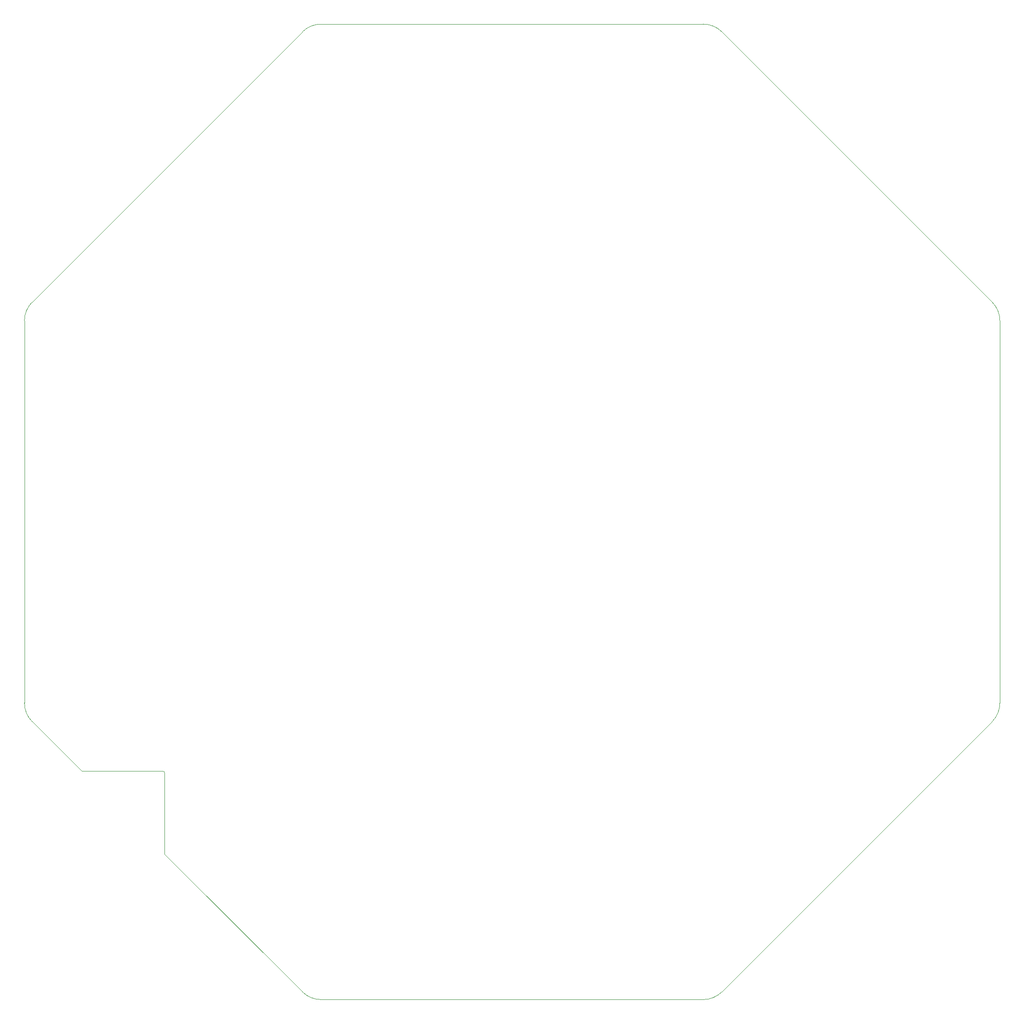
<source format=gko>
G04*
G04 #@! TF.GenerationSoftware,Altium Limited,Altium Designer,22.6.1 (34)*
G04*
G04 Layer_Color=16711935*
%FSLAX44Y44*%
%MOMM*%
G71*
G04*
G04 #@! TF.SameCoordinates,0282B534-2DD6-4313-8036-895CCBFEA7A8*
G04*
G04*
G04 #@! TF.FilePolarity,Positive*
G04*
G01*
G75*
%ADD99C,0.0127*%
%ADD100C,0.0130*%
D99*
X472120Y482072D02*
G03*
X436765Y467428I0J-50000D01*
G01*
X-75142Y-44479D02*
G03*
X-89787Y-79834I35355J-35355D01*
G01*
Y-803780D02*
G03*
X-75142Y-839135I50000J0D01*
G01*
X1231421Y467428D02*
G03*
X1196066Y482072I-35355J-35355D01*
G01*
X436765Y-1351042D02*
G03*
X472120Y-1365686I35355J35355D01*
G01*
X1743328Y-839135D02*
G03*
X1757973Y-803780I-35355J35355D01*
G01*
X1196066Y-1365686D02*
G03*
X1231421Y-1351042I0J50000D01*
G01*
X1757973Y-79834D02*
G03*
X1743328Y-44479I-50000J0D01*
G01*
X175672Y-1089949D02*
X436765Y-1351042D01*
X1757973Y-803780D02*
Y-79834D01*
X472120Y-1365686D02*
X1196066D01*
X1231421Y-1351042D02*
X1743328Y-839135D01*
X-89787Y-803780D02*
Y-79834D01*
X1231421Y467428D02*
X1743328Y-44479D01*
X472120Y482072D02*
X1196066D01*
X-75142Y-44479D02*
X436765Y467428D01*
D100*
X175672Y-936136D02*
G03*
X172422Y-932886I-3250J0D01*
G01*
X175672Y-1089949D02*
Y-936136D01*
X-75142Y-839135D02*
X-75142D01*
X18672Y-932886D02*
X172422D01*
X-75142Y-839135D02*
X18672Y-932886D01*
M02*

</source>
